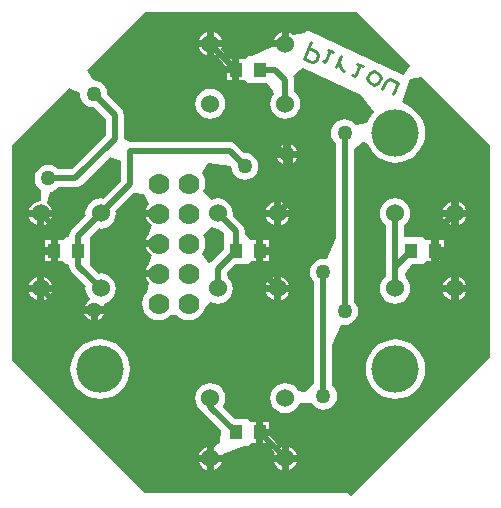
<source format=gbl>
%FSLAX24Y24*%
%MOIN*%
G70*
G01*
G75*
G04 Layer_Physical_Order=2*
G04 Layer_Color=16711680*
%ADD10R,0.0400X0.0500*%
%ADD11R,0.0800X0.0800*%
%ADD12R,0.0500X0.0400*%
%ADD13R,0.0354X0.0315*%
%ADD14C,0.0197*%
%ADD15C,0.0100*%
%ADD16C,0.1575*%
%ADD17C,0.0700*%
%ADD18C,0.0600*%
%ADD19C,0.0500*%
G36*
X5416Y6175D02*
X5356Y6089D01*
X5356D01*
X5203Y5871D01*
D01*
X5190Y5852D01*
X1971Y7353D01*
X1971Y7353D01*
X1904Y7262D01*
X1514Y7207D01*
X1452Y7255D01*
X1370Y7289D01*
Y6906D01*
X1250D01*
Y6786D01*
X823D01*
X127Y6497D01*
X3D01*
X-97Y6397D01*
X-275Y6397D01*
X-275Y6397D01*
X-275Y6397D01*
X-277D01*
Y6047D01*
Y5697D01*
X-275D01*
X-275Y5697D01*
X-275Y5697D01*
X-97Y5697D01*
X3Y5597D01*
X182Y5597D01*
X182Y5597D01*
X182Y5597D01*
X636D01*
X830Y5345D01*
X880Y5244D01*
X813Y5158D01*
X763Y5036D01*
X746Y4906D01*
X763Y4775D01*
X813Y4653D01*
X893Y4549D01*
X998Y4469D01*
X1119Y4418D01*
X1250Y4401D01*
X1381Y4418D01*
X1502Y4469D01*
X1607Y4549D01*
X1687Y4653D01*
X1737Y4775D01*
X1754Y4906D01*
X1737Y5036D01*
X1687Y5158D01*
X1607Y5262D01*
X1551Y5305D01*
Y5704D01*
X1541Y5782D01*
X1519Y5835D01*
X1653Y5964D01*
X1826Y6097D01*
X3765Y5193D01*
X4219Y4640D01*
X4219Y4638D01*
X4096Y4488D01*
X4005Y4317D01*
X3986Y4254D01*
X3598Y4184D01*
X3546Y4252D01*
X3452Y4324D01*
X3343Y4369D01*
X3225Y4385D01*
X3108Y4369D01*
X2998Y4324D01*
X2904Y4252D01*
X2832Y4158D01*
X2787Y4048D01*
X2771Y3931D01*
X2787Y3813D01*
X2832Y3704D01*
X2904Y3610D01*
X2924Y3594D01*
Y426D01*
X2643Y-253D01*
X2628Y-266D01*
X2520Y-252D01*
X2402Y-267D01*
X2293Y-312D01*
X2199Y-385D01*
X2127Y-479D01*
X2081Y-588D01*
X2066Y-706D01*
X2081Y-823D01*
X2127Y-932D01*
X2199Y-1026D01*
X2219Y-1042D01*
Y-4409D01*
X1940Y-4688D01*
X1834Y-4688D01*
X1729Y-4674D01*
Y-4674D01*
X1693Y-4669D01*
X1687Y-4653D01*
X1607Y-4549D01*
X1502Y-4469D01*
X1381Y-4418D01*
X1250Y-4401D01*
X1119Y-4418D01*
X998Y-4469D01*
X893Y-4549D01*
X813Y-4653D01*
X763Y-4775D01*
X746Y-4906D01*
X763Y-5036D01*
X813Y-5158D01*
X893Y-5262D01*
X998Y-5342D01*
X1119Y-5393D01*
X1250Y-5410D01*
X1381Y-5393D01*
X1502Y-5342D01*
X1607Y-5262D01*
X1687Y-5158D01*
X1729Y-5055D01*
Y-5055D01*
X1834Y-5055D01*
D01*
X2095D01*
Y-5055D01*
X2123D01*
X2127Y-5065D01*
X2199Y-5159D01*
X2293Y-5231D01*
X2402Y-5276D01*
X2520Y-5292D01*
X2637Y-5276D01*
X2747Y-5231D01*
X2841Y-5159D01*
X2913Y-5065D01*
X2958Y-4955D01*
X2974Y-4838D01*
X2958Y-4720D01*
X2913Y-4611D01*
X2841Y-4517D01*
X2821Y-4502D01*
Y-3147D01*
X3102Y-2468D01*
X3117Y-2455D01*
X3225Y-2470D01*
X3343Y-2454D01*
X3452Y-2409D01*
X3546Y-2337D01*
X3618Y-2243D01*
X3664Y-2133D01*
X3679Y-2016D01*
X3664Y-1898D01*
X3618Y-1789D01*
X3546Y-1695D01*
X3526Y-1680D01*
Y3388D01*
X3828Y3640D01*
X3988Y3611D01*
X4005Y3557D01*
X4096Y3386D01*
X4220Y3235D01*
X4370Y3112D01*
X4542Y3020D01*
X4728Y2964D01*
X4921Y2945D01*
X5115Y2964D01*
X5301Y3020D01*
X5472Y3112D01*
X5623Y3235D01*
X5746Y3386D01*
X5838Y3557D01*
X5894Y3743D01*
X5913Y3937D01*
X5894Y4131D01*
X5838Y4317D01*
X5746Y4488D01*
X5623Y4639D01*
X5472Y4762D01*
X5301Y4854D01*
X5301Y4854D01*
D01*
D01*
D01*
X5301D01*
X5132Y4957D01*
X5406Y5729D01*
X5406Y5729D01*
X5568Y5757D01*
D01*
X5793Y5797D01*
X8063Y3528D01*
Y-3528D01*
Y-3528D01*
X3427Y-8164D01*
X3326Y-8063D01*
X-3427D01*
Y-8063D01*
X-7861Y-3628D01*
Y3528D01*
X-5943Y5446D01*
X-5590Y5272D01*
X-5594Y5241D01*
X-5579Y5123D01*
X-5533Y5014D01*
X-5461Y4920D01*
X-5367Y4848D01*
X-5258Y4803D01*
X-5140Y4787D01*
X-5115Y4790D01*
X-4736Y4411D01*
Y3854D01*
X-5870Y2720D01*
X-6316D01*
X-6331Y2740D01*
X-6425Y2812D01*
X-6534Y2857D01*
X-6652Y2873D01*
X-6769Y2857D01*
X-6879Y2812D01*
X-6973Y2740D01*
X-7045Y2646D01*
X-7090Y2536D01*
X-7106Y2419D01*
X-7090Y2301D01*
X-7045Y2192D01*
X-6973Y2098D01*
X-6879Y2026D01*
X-6906Y1653D01*
X-6906Y1653D01*
D01*
X-7010Y1640D01*
X-7107Y1599D01*
X-7191Y1535D01*
X-7255Y1452D01*
X-7289Y1370D01*
X-6522D01*
X-6556Y1452D01*
X-6620Y1535D01*
X-6695Y1593D01*
X-6694Y1597D01*
D01*
X-6593Y1973D01*
X-6534Y1980D01*
X-6425Y2026D01*
X-6331Y2098D01*
X-6316Y2118D01*
X-5745D01*
X-5667Y2128D01*
X-5594Y2158D01*
X-5532Y2206D01*
X-4595Y3143D01*
X-4232Y2992D01*
Y2349D01*
X-4836Y1745D01*
X-4906Y1754D01*
X-5036Y1737D01*
X-5158Y1687D01*
X-5262Y1607D01*
X-5342Y1502D01*
X-5393Y1381D01*
X-5410Y1250D01*
X-5401Y1181D01*
X-5857Y724D01*
X-5905Y662D01*
X-5935Y589D01*
X-5945Y511D01*
X-6007Y450D01*
X-6044Y450D01*
X-6144Y350D01*
D01*
X-6322Y350D01*
X-6322Y350D01*
X-6322Y350D01*
X-6324D01*
Y0D01*
Y-350D01*
X-6322D01*
X-6322Y-350D01*
X-6322Y-350D01*
X-6144Y-350D01*
D01*
X-6044Y-450D01*
X-6007D01*
X-5945Y-511D01*
X-5935Y-589D01*
X-5905Y-662D01*
X-5857Y-724D01*
X-5401Y-1181D01*
X-5410Y-1250D01*
X-5393Y-1381D01*
X-5342Y-1502D01*
X-5262Y-1607D01*
Y-1607D01*
X-5262Y-1607D01*
X-5368Y-1719D01*
X-5368Y-1719D01*
X-5368D01*
X-5424Y-1792D01*
X-5447Y-1849D01*
X-4777D01*
X-4775Y-1737D01*
D01*
X-4775Y-1737D01*
X-4653Y-1687D01*
X-4549Y-1607D01*
X-4469Y-1502D01*
X-4418Y-1381D01*
X-4401Y-1250D01*
X-4418Y-1119D01*
X-4469Y-998D01*
X-4549Y-893D01*
X-4653Y-813D01*
X-4775Y-763D01*
X-4906Y-746D01*
X-4975Y-755D01*
X-5255Y-475D01*
X-5244Y-450D01*
X-5244D01*
X-5244Y-450D01*
Y450D01*
X-5244Y450D01*
X-5244D01*
X-5255Y475D01*
X-4975Y755D01*
X-4906Y746D01*
X-4775Y763D01*
X-4653Y813D01*
X-4549Y893D01*
X-4469Y998D01*
X-4418Y1119D01*
X-4401Y1250D01*
X-4410Y1319D01*
X-3796Y1933D01*
X-3461Y1911D01*
X-3299Y1553D01*
X-3362Y1471D01*
X-3406Y1364D01*
X-2968D01*
Y1124D01*
X-3406D01*
X-3362Y1017D01*
X-3289Y923D01*
X-3195Y851D01*
X-3195Y851D01*
D01*
X-3289Y565D01*
X-3362Y471D01*
X-3406Y364D01*
X-2968D01*
Y124D01*
X-3406D01*
X-3362Y17D01*
X-3289Y-77D01*
X-3195Y-149D01*
X-3195Y-149D01*
D01*
X-3289Y-435D01*
X-3362Y-529D01*
X-3406Y-636D01*
X-2968D01*
Y-876D01*
X-3406D01*
X-3362Y-983D01*
X-3289Y-1077D01*
D01*
X-3289Y-1077D01*
X-3361Y-1364D01*
X-3449Y-1479D01*
X-3504Y-1612D01*
X-3523Y-1756D01*
X-3504Y-1899D01*
X-3449Y-2033D01*
X-3361Y-2148D01*
X-3246Y-2236D01*
X-3112Y-2292D01*
X-2968Y-2311D01*
X-2825Y-2292D01*
X-2691Y-2236D01*
X-2576Y-2148D01*
X-2381Y-2130D01*
X-2361Y-2148D01*
X-2361Y-2148D01*
Y-2148D01*
X-2246Y-2236D01*
X-2112Y-2292D01*
X-1969Y-2311D01*
X-1825Y-2292D01*
X-1691Y-2236D01*
X-1576Y-2148D01*
X-1488Y-2033D01*
X-1433Y-1899D01*
X-1252Y-1687D01*
X-1252Y-1687D01*
X-1252Y-1687D01*
X-1131Y-1737D01*
X-1000Y-1754D01*
X-869Y-1737D01*
X-748Y-1687D01*
X-643Y-1607D01*
X-563Y-1502D01*
X-513Y-1381D01*
X-496Y-1250D01*
X-513Y-1119D01*
X-563Y-998D01*
X-643Y-893D01*
X-699Y-722D01*
X-699Y-722D01*
X-699Y-722D01*
X-427Y-450D01*
X-182D01*
X-182Y-450D01*
X-182Y-450D01*
X-3Y-450D01*
X97Y-350D01*
X275Y-350D01*
X275Y-350D01*
X275Y-350D01*
X277D01*
Y0D01*
Y350D01*
X275D01*
X275Y350D01*
X275Y350D01*
X97Y350D01*
X-3Y450D01*
D01*
X-102Y549D01*
Y653D01*
X-112Y731D01*
X-142Y804D01*
X-190Y866D01*
X-505Y1181D01*
X-496Y1250D01*
X-513Y1381D01*
X-563Y1502D01*
X-643Y1607D01*
X-748Y1687D01*
X-869Y1737D01*
X-1000Y1754D01*
X-1131Y1737D01*
X-1202Y1708D01*
X-1480Y1986D01*
X-1433Y2101D01*
X-1414Y2244D01*
X-1433Y2388D01*
X-1488Y2521D01*
X-1536Y2584D01*
X-1340Y2925D01*
X-555Y2822D01*
X-539Y2705D01*
X-494Y2595D01*
X-422Y2501D01*
X-328Y2429D01*
X-218Y2384D01*
X-101Y2368D01*
X17Y2384D01*
X126Y2429D01*
X220Y2501D01*
X292Y2595D01*
X338Y2705D01*
X353Y2822D01*
X338Y2940D01*
X292Y3049D01*
X220Y3143D01*
X126Y3215D01*
X17Y3260D01*
X-101Y3276D01*
X-126Y3273D01*
X-392Y3539D01*
X-454Y3587D01*
X-527Y3617D01*
X-605Y3627D01*
X-3931D01*
X-4134Y3729D01*
Y4535D01*
X-4144Y4613D01*
X-4174Y4686D01*
X-4222Y4748D01*
X-4690Y5216D01*
X-4686Y5241D01*
X-4702Y5358D01*
X-4747Y5468D01*
X-4819Y5562D01*
X-4913Y5634D01*
X-5023Y5679D01*
X-5140Y5695D01*
X-5171Y5691D01*
X-5345Y6044D01*
X-3528Y7861D01*
X-3427Y7962D01*
X3628D01*
X5416Y6175D01*
D02*
G37*
G36*
X-1131Y763D02*
X-1000Y746D01*
X-803Y601D01*
X-803Y450D01*
X-803D01*
Y26D01*
X-1213Y-384D01*
X-1213Y-384D01*
Y-384D01*
X-1287Y-409D01*
X-1357Y-346D01*
X-1536Y-96D01*
X-1488Y-33D01*
X-1433Y101D01*
X-1414Y244D01*
X-1433Y388D01*
X-1486Y516D01*
X-1208Y795D01*
X-1131Y763D01*
D02*
G37*
%LPC*%
G36*
X-7026Y-867D02*
X-7107Y-901D01*
X-7191Y-965D01*
X-7255Y-1048D01*
X-7289Y-1130D01*
X-7026D01*
Y-867D01*
D02*
G37*
G36*
X7289Y-1370D02*
X7026D01*
Y-1633D01*
X7107Y-1599D01*
X7191Y-1535D01*
X7255Y-1452D01*
X7289Y-1370D01*
D02*
G37*
G36*
X6786D02*
X6522D01*
X6556Y-1452D01*
X6620Y-1535D01*
X6704Y-1599D01*
X6786Y-1633D01*
Y-1370D01*
D02*
G37*
G36*
X-6522D02*
X-6786D01*
Y-1633D01*
X-6704Y-1599D01*
X-6620Y-1535D01*
X-6556Y-1452D01*
X-6522Y-1370D01*
D02*
G37*
G36*
X880D02*
X617D01*
X651Y-1452D01*
X715Y-1535D01*
X798Y-1599D01*
X880Y-1633D01*
Y-1370D01*
D02*
G37*
G36*
X1383D02*
X1120D01*
Y-1633D01*
X1202Y-1599D01*
X1285Y-1535D01*
X1349Y-1452D01*
X1383Y-1370D01*
D02*
G37*
G36*
X6786Y-867D02*
X6704Y-901D01*
X6620Y-965D01*
X6556Y-1048D01*
X6522Y-1130D01*
X6786D01*
Y-867D01*
D02*
G37*
G36*
X7026D02*
Y-1130D01*
X7289D01*
X7255Y-1048D01*
X7191Y-965D01*
X7107Y-901D01*
X7026Y-867D01*
D02*
G37*
G36*
X4906Y1754D02*
X4775Y1737D01*
X4653Y1687D01*
X4549Y1607D01*
X4469Y1502D01*
X4418Y1381D01*
X4401Y1250D01*
X4418Y1119D01*
X4469Y998D01*
X4549Y893D01*
X4605Y851D01*
Y-537D01*
Y-851D01*
X4549Y-893D01*
X4469Y-998D01*
X4418Y-1119D01*
X4401Y-1250D01*
X4418Y-1381D01*
X4469Y-1502D01*
X4549Y-1607D01*
X4653Y-1687D01*
X4775Y-1737D01*
X4906Y-1754D01*
X5036Y-1737D01*
X5158Y-1687D01*
X5262Y-1607D01*
X5342Y-1502D01*
X5393Y-1381D01*
X5410Y-1250D01*
X5393Y-1119D01*
X5342Y-998D01*
X5262Y-893D01*
X5230Y-759D01*
X5474Y-450D01*
X5664D01*
X5664Y-450D01*
X5664Y-450D01*
X5843Y-450D01*
X5943Y-350D01*
X6121Y-350D01*
X6121Y-350D01*
X6121Y-350D01*
X6123D01*
Y0D01*
Y350D01*
X6121D01*
X6121Y350D01*
X6121Y350D01*
X5943Y350D01*
X5843Y450D01*
X5664Y450D01*
X5664Y450D01*
X5664Y450D01*
X5207D01*
Y851D01*
X5262Y893D01*
X5342Y998D01*
X5393Y1119D01*
X5410Y1250D01*
X5393Y1381D01*
X5342Y1502D01*
X5262Y1607D01*
X5158Y1687D01*
X5036Y1737D01*
X4906Y1754D01*
D02*
G37*
G36*
X-6786Y-867D02*
Y-1130D01*
X-6522D01*
X-6556Y-1048D01*
X-6620Y-965D01*
X-6704Y-901D01*
X-6786Y-867D01*
D02*
G37*
G36*
X880D02*
X798Y-901D01*
X715Y-965D01*
X651Y-1048D01*
X617Y-1130D01*
X880D01*
Y-867D01*
D02*
G37*
G36*
X1120D02*
Y-1130D01*
X1383D01*
X1349Y-1048D01*
X1285Y-965D01*
X1202Y-901D01*
X1120Y-867D01*
D02*
G37*
G36*
X-7026Y-1370D02*
X-7289D01*
X-7255Y-1452D01*
X-7191Y-1535D01*
X-7107Y-1599D01*
X-7026Y-1633D01*
Y-1370D01*
D02*
G37*
G36*
X1633Y-7026D02*
X1370D01*
Y-7289D01*
X1452Y-7255D01*
X1535Y-7191D01*
X1599Y-7107D01*
X1633Y-7026D01*
D02*
G37*
G36*
X-1370Y-6522D02*
X-1452Y-6556D01*
X-1535Y-6620D01*
X-1599Y-6704D01*
X-1633Y-6786D01*
X-1370D01*
Y-6522D01*
D02*
G37*
G36*
X750Y-6167D02*
X517D01*
Y-6397D01*
X673D01*
X871Y-6693D01*
X871Y-6693D01*
X892Y-6725D01*
X867Y-6786D01*
X1130D01*
Y-6522D01*
X1048Y-6556D01*
X833Y-6275D01*
D01*
X750Y-6167D01*
D02*
G37*
G36*
X-1370Y-7026D02*
X-1633D01*
X-1599Y-7107D01*
X-1535Y-7191D01*
X-1452Y-7255D01*
X-1370Y-7289D01*
Y-7026D01*
D02*
G37*
G36*
X-867D02*
X-1130D01*
Y-7289D01*
X-1048Y-7255D01*
X-965Y-7191D01*
X-901Y-7107D01*
X-867Y-7026D01*
D02*
G37*
G36*
X1130D02*
X867D01*
X901Y-7107D01*
X965Y-7191D01*
X1048Y-7255D01*
X1130Y-7289D01*
Y-7026D01*
D02*
G37*
G36*
X1370Y-6522D02*
Y-6786D01*
X1633D01*
X1599Y-6704D01*
X1535Y-6620D01*
X1452Y-6556D01*
X1370Y-6522D01*
D02*
G37*
G36*
X4921Y-2945D02*
X4728Y-2964D01*
X4542Y-3020D01*
X4370Y-3112D01*
X4220Y-3235D01*
X4096Y-3386D01*
X4005Y-3557D01*
X3948Y-3743D01*
X3929Y-3937D01*
X3948Y-4131D01*
X4005Y-4317D01*
X4096Y-4488D01*
X4220Y-4639D01*
X4370Y-4762D01*
X4542Y-4854D01*
X4728Y-4910D01*
X4921Y-4929D01*
X5115Y-4910D01*
X5301Y-4854D01*
X5472Y-4762D01*
X5623Y-4639D01*
X5746Y-4488D01*
X5838Y-4317D01*
X5894Y-4131D01*
X5913Y-3937D01*
X5894Y-3743D01*
X5838Y-3557D01*
X5746Y-3386D01*
X5623Y-3235D01*
X5472Y-3112D01*
X5301Y-3020D01*
X5115Y-2964D01*
X4921Y-2945D01*
D02*
G37*
G36*
X-5238Y-2088D02*
X-5447D01*
X-5424Y-2145D01*
X-5368Y-2218D01*
X-5295Y-2274D01*
X-5238Y-2298D01*
Y-2088D01*
D02*
G37*
G36*
X-4789D02*
X-4998D01*
Y-2298D01*
X-4942Y-2274D01*
X-4868Y-2218D01*
X-4812Y-2145D01*
X-4789Y-2088D01*
D02*
G37*
G36*
X-1250Y-4401D02*
X-1381Y-4418D01*
X-1502Y-4469D01*
X-1607Y-4549D01*
X-1687Y-4653D01*
X-1737Y-4775D01*
X-1754Y-4906D01*
X-1737Y-5036D01*
X-1687Y-5158D01*
X-1607Y-5262D01*
X-1520Y-5329D01*
X-1514Y-5342D01*
X-1511Y-5351D01*
X-1463Y-5413D01*
X-884Y-5992D01*
X-923Y-6383D01*
X-1000Y-6435D01*
Y-6435D01*
X-1073Y-6483D01*
D01*
X-1130Y-6522D01*
Y-6786D01*
X-823D01*
X-814Y-6782D01*
X-814Y-6782D01*
X-127Y-6497D01*
X-3D01*
X97Y-6397D01*
X275Y-6397D01*
X275Y-6397D01*
X275Y-6397D01*
X277D01*
Y-6047D01*
Y-5697D01*
X275D01*
X275Y-5697D01*
X275Y-5697D01*
X97Y-5697D01*
X-3Y-5597D01*
X-182Y-5597D01*
X-182Y-5597D01*
X-182Y-5597D01*
X-427D01*
X-837Y-5188D01*
X-813Y-5158D01*
X-763Y-5036D01*
X-746Y-4906D01*
X-763Y-4775D01*
X-813Y-4653D01*
X-893Y-4549D01*
X-998Y-4469D01*
X-1119Y-4418D01*
X-1250Y-4401D01*
D02*
G37*
G36*
X697Y-5697D02*
X517D01*
Y-5927D01*
X697D01*
Y-5697D01*
D02*
G37*
G36*
X-4921Y-2945D02*
X-5115Y-2964D01*
X-5301Y-3020D01*
X-5472Y-3112D01*
X-5623Y-3235D01*
X-5746Y-3386D01*
X-5838Y-3557D01*
X-5894Y-3743D01*
X-5913Y-3937D01*
X-5894Y-4131D01*
X-5838Y-4317D01*
X-5746Y-4488D01*
X-5623Y-4639D01*
X-5472Y-4762D01*
X-5301Y-4854D01*
X-5115Y-4910D01*
X-4921Y-4929D01*
X-4728Y-4910D01*
X-4542Y-4854D01*
X-4370Y-4762D01*
X-4220Y-4639D01*
X-4096Y-4488D01*
X-4005Y-4317D01*
X-3948Y-4131D01*
X-3929Y-3937D01*
X-3948Y-3743D01*
X-4005Y-3557D01*
X-4096Y-3386D01*
X-4220Y-3235D01*
X-4370Y-3112D01*
X-4542Y-3020D01*
X-4728Y-2964D01*
X-4921Y-2945D01*
D02*
G37*
G36*
X1639Y3105D02*
X1430D01*
Y2896D01*
X1487Y2919D01*
X1560Y2976D01*
X1616Y3049D01*
X1639Y3105D01*
D02*
G37*
G36*
X1190Y3554D02*
X1134Y3531D01*
X1061Y3475D01*
X1005Y3402D01*
X981Y3345D01*
X1190D01*
Y3554D01*
D02*
G37*
G36*
X1430D02*
Y3345D01*
X1639D01*
X1616Y3402D01*
X1560Y3475D01*
X1487Y3531D01*
X1430Y3554D01*
D02*
G37*
G36*
X6786Y1633D02*
X6704Y1599D01*
X6620Y1535D01*
X6556Y1452D01*
X6522Y1370D01*
X6786D01*
Y1633D01*
D02*
G37*
G36*
X7026D02*
Y1370D01*
X7289D01*
X7255Y1452D01*
X7191Y1535D01*
X7107Y1599D01*
X7026Y1633D01*
D02*
G37*
G36*
X1190Y3105D02*
X981D01*
X1005Y3049D01*
X1061Y2976D01*
X1134Y2919D01*
X1190Y2896D01*
Y3105D01*
D02*
G37*
G36*
X-1250Y5410D02*
X-1381Y5393D01*
X-1502Y5342D01*
X-1607Y5262D01*
X-1687Y5158D01*
X-1737Y5036D01*
X-1754Y4906D01*
X-1737Y4775D01*
X-1687Y4653D01*
X-1607Y4549D01*
X-1502Y4469D01*
X-1381Y4418D01*
X-1250Y4401D01*
X-1119Y4418D01*
X-998Y4469D01*
X-893Y4549D01*
X-813Y4653D01*
X-763Y4775D01*
X-746Y4906D01*
X-763Y5036D01*
X-813Y5158D01*
X-893Y5262D01*
X-998Y5342D01*
X-1119Y5393D01*
X-1250Y5410D01*
D02*
G37*
G36*
X-1370Y7289D02*
X-1452Y7255D01*
X-1535Y7191D01*
X-1599Y7107D01*
X-1633Y7026D01*
X-1370D01*
Y7289D01*
D02*
G37*
G36*
X-1130D02*
Y7026D01*
X-867D01*
X-901Y7107D01*
X-965Y7191D01*
X-1048Y7255D01*
X-1130Y7289D01*
D02*
G37*
G36*
X1130D02*
X1048Y7255D01*
X965Y7191D01*
X901Y7107D01*
X867Y7026D01*
X1130D01*
Y7289D01*
D02*
G37*
G36*
X-517Y5927D02*
X-697D01*
Y5697D01*
X-517D01*
Y5927D01*
D02*
G37*
G36*
X-867Y6786D02*
X-1130D01*
Y6522D01*
X-1048Y6556D01*
X-833Y6275D01*
D01*
X-750Y6167D01*
X-517D01*
Y6397D01*
X-673D01*
X-871Y6693D01*
X-871Y6693D01*
X-892Y6725D01*
X-867Y6786D01*
D02*
G37*
G36*
X-1370D02*
X-1633D01*
X-1599Y6704D01*
X-1535Y6620D01*
X-1452Y6556D01*
X-1370Y6522D01*
Y6786D01*
D02*
G37*
G36*
X1120Y1633D02*
Y1370D01*
X1383D01*
X1349Y1452D01*
X1285Y1535D01*
X1202Y1599D01*
X1120Y1633D01*
D02*
G37*
G36*
X-6564Y350D02*
X-6744D01*
Y120D01*
X-6564D01*
Y350D01*
D02*
G37*
G36*
X697D02*
X517D01*
Y120D01*
X697D01*
Y350D01*
D02*
G37*
G36*
X6543D02*
X6363D01*
Y120D01*
X6543D01*
Y350D01*
D02*
G37*
G36*
X-6564Y-120D02*
X-6744D01*
Y-350D01*
X-6564D01*
Y-120D01*
D02*
G37*
G36*
X697D02*
X517D01*
Y-350D01*
X697D01*
Y-120D01*
D02*
G37*
G36*
X6543D02*
X6363D01*
Y-350D01*
X6543D01*
Y-120D01*
D02*
G37*
G36*
X-7026Y1130D02*
X-7289D01*
X-7255Y1048D01*
X-7191Y965D01*
X-7107Y901D01*
X-7026Y867D01*
Y1130D01*
D02*
G37*
G36*
X6786D02*
X6522D01*
X6556Y1048D01*
X6620Y965D01*
X6704Y901D01*
X6786Y867D01*
Y1130D01*
D02*
G37*
G36*
X7289D02*
X7026D01*
Y867D01*
X7107Y901D01*
X7191Y965D01*
X7255Y1048D01*
X7289Y1130D01*
D02*
G37*
G36*
X880Y1633D02*
X798Y1599D01*
X715Y1535D01*
X651Y1452D01*
X617Y1370D01*
X880D01*
Y1633D01*
D02*
G37*
G36*
X-6522Y1130D02*
X-6786D01*
Y867D01*
X-6704Y901D01*
X-6620Y965D01*
X-6556Y1048D01*
X-6522Y1130D01*
D02*
G37*
G36*
X880D02*
X617D01*
X651Y1048D01*
X715Y965D01*
X798Y901D01*
X880Y867D01*
Y1130D01*
D02*
G37*
G36*
X1383D02*
X1120D01*
Y867D01*
X1202Y901D01*
X1285Y965D01*
X1349Y1048D01*
X1383Y1130D01*
D02*
G37*
%LPD*%
G54D10*
X5443Y0D02*
D03*
X6243D02*
D03*
X403Y6047D02*
D03*
X-397D02*
D03*
X-403Y-6047D02*
D03*
X397D02*
D03*
X-403Y0D02*
D03*
X397D02*
D03*
X-5644D02*
D03*
X-6444D02*
D03*
G54D14*
X-6187Y-1969D02*
X-4921D01*
X3225Y-2016D02*
Y3931D01*
X-6906Y-1250D02*
X-6187Y-1969D01*
X-605Y3326D02*
X-101Y2822D01*
X-3931Y3326D02*
X-605D01*
X-3931Y2225D02*
Y3326D01*
X-4906Y1250D02*
X-3931Y2225D01*
X2520Y-4838D02*
Y-706D01*
X1000Y-1250D02*
X1008Y-1258D01*
Y-2016D02*
Y-1258D01*
X397Y-2627D02*
X1008Y-2016D01*
X397Y-6047D02*
Y-2627D01*
X-1000Y1250D02*
X-403Y653D01*
Y0D02*
Y653D01*
X-1000Y-597D02*
X-403Y0D01*
X-1000Y-1250D02*
Y-597D01*
X1411Y1661D02*
Y3024D01*
X-403Y4838D02*
X1411Y3024D01*
X-403Y4838D02*
Y6041D01*
X1000Y1250D02*
X1411Y1661D01*
X6243Y0D02*
X6906Y-663D01*
Y-1250D02*
Y-663D01*
X6243Y587D02*
X6906Y1250D01*
X6243Y0D02*
Y587D01*
X4906Y-537D02*
Y1250D01*
Y-1250D02*
Y-537D01*
X5443Y0D01*
X-403Y6041D02*
X-397Y6047D01*
X1000Y-1250D02*
Y1250D01*
X397Y-647D02*
X1000Y-1250D01*
X397Y-647D02*
Y0D01*
X-1250Y-6906D02*
X1250D01*
Y-6900D01*
X397Y-6047D02*
X1250Y-6900D01*
X-1250Y-5200D02*
X-403Y-6047D01*
X-1250Y-5200D02*
Y-4906D01*
X-5644Y-511D02*
X-4906Y-1250D01*
X-5644Y-511D02*
Y0D01*
Y511D02*
X-4906Y1250D01*
X-5644Y0D02*
Y511D01*
X-6906Y-1250D02*
Y1250D01*
X-6444Y789D01*
Y0D02*
Y789D01*
X-5140Y5241D02*
X-4435Y4535D01*
Y3729D02*
Y4535D01*
X-5745Y2419D02*
X-4435Y3729D01*
X-6652Y2419D02*
X-5745D01*
X-1250Y6906D02*
X1250D01*
X-1250Y6900D02*
Y6906D01*
Y6900D02*
X-397Y6047D01*
X1250Y4906D02*
Y5704D01*
X907Y6047D02*
X1250Y5704D01*
X403Y6047D02*
X907D01*
G54D15*
X2117Y6954D02*
X1863Y6411D01*
X2135Y6284D01*
X2268Y6332D01*
X2352Y6514D01*
X2304Y6646D01*
X2032Y6773D01*
X2660Y6701D02*
X2841Y6616D01*
X2751Y6659D01*
X2582Y6296D01*
X2491Y6338D01*
X2944Y6127D02*
X3113Y6490D01*
X3029Y6308D01*
X3077Y6176D01*
X3125Y6043D01*
X3216Y6000D01*
X3657Y6236D02*
X3838Y6152D01*
X3747Y6194D01*
X3578Y5831D01*
X3488Y5874D01*
X4200Y5983D02*
X4382Y5898D01*
X4430Y5765D01*
X4345Y5584D01*
X4213Y5536D01*
X4031Y5620D01*
X3983Y5753D01*
X4068Y5934D01*
X4200Y5983D01*
X4484Y5409D02*
X4611Y5681D01*
X4744Y5729D01*
X5016Y5602D01*
X4847Y5240D01*
G54D16*
X-4921Y-3937D02*
D03*
X4921D02*
D03*
Y3937D02*
D03*
G54D17*
X-1969Y2244D02*
D03*
X-2968Y-1756D02*
D03*
X-1969D02*
D03*
X-2968Y-756D02*
D03*
X-1969D02*
D03*
X-2968Y244D02*
D03*
X-1969D02*
D03*
X-2968Y1244D02*
D03*
X-1969D02*
D03*
X-2968Y2244D02*
D03*
G54D18*
X-1250Y4906D02*
D03*
Y6906D02*
D03*
X1250D02*
D03*
Y4906D02*
D03*
X-4906Y-1250D02*
D03*
X-6906D02*
D03*
Y1250D02*
D03*
X-4906D02*
D03*
X4906D02*
D03*
X6906D02*
D03*
Y-1250D02*
D03*
X4906D02*
D03*
X1250Y-4906D02*
D03*
Y-6906D02*
D03*
X-1250D02*
D03*
Y-4906D02*
D03*
X-1000Y1250D02*
D03*
X1000D02*
D03*
Y-1250D02*
D03*
X-1000D02*
D03*
G54D19*
X-5118Y-1969D02*
D03*
X3225Y-2016D02*
D03*
Y3931D02*
D03*
X-101Y2822D02*
D03*
X2520Y-706D02*
D03*
Y-4838D02*
D03*
X1310Y3225D02*
D03*
X-5140Y5241D02*
D03*
X-6652Y2419D02*
D03*
M02*

</source>
